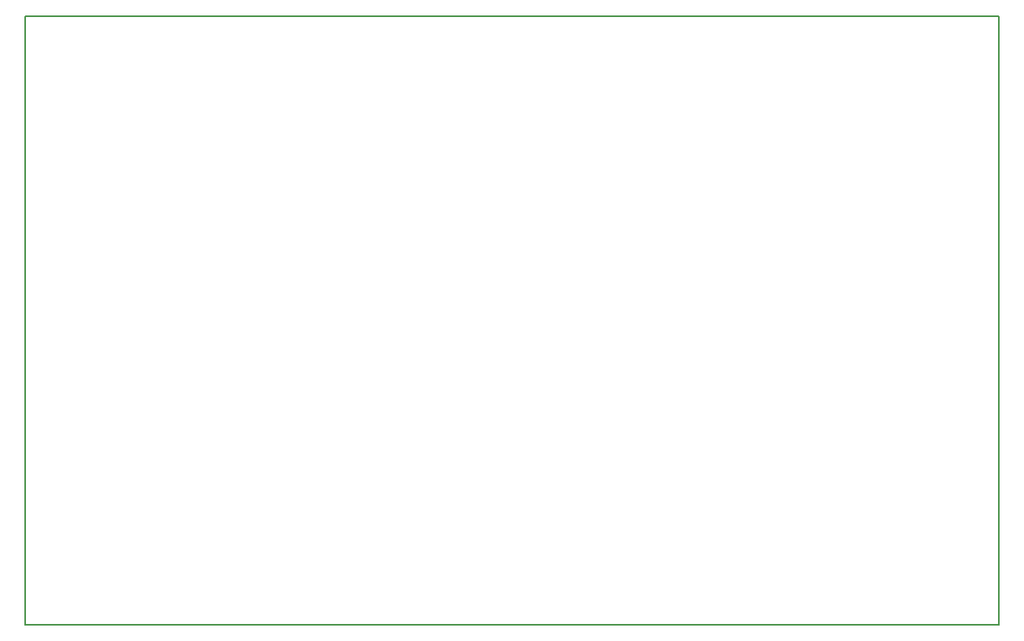
<source format=gbr>
G04 start of page 4 for group 2 idx 2 *
G04 Title: (unknown), outline *
G04 Creator: pcb 20110918 *
G04 CreationDate: Tue 05 Feb 2013 03:14:35 AM GMT UTC *
G04 For: railfan *
G04 Format: Gerber/RS-274X *
G04 PCB-Dimensions: 400000 250000 *
G04 PCB-Coordinate-Origin: lower left *
%MOIN*%
%FSLAX25Y25*%
%LNOUTLINE*%
%ADD77C,0.0080*%
G54D77*X0Y250000D02*Y0D01*
Y250000D02*X400000D01*
X0Y0D02*X400000D01*
Y250000D02*Y0D01*
M02*

</source>
